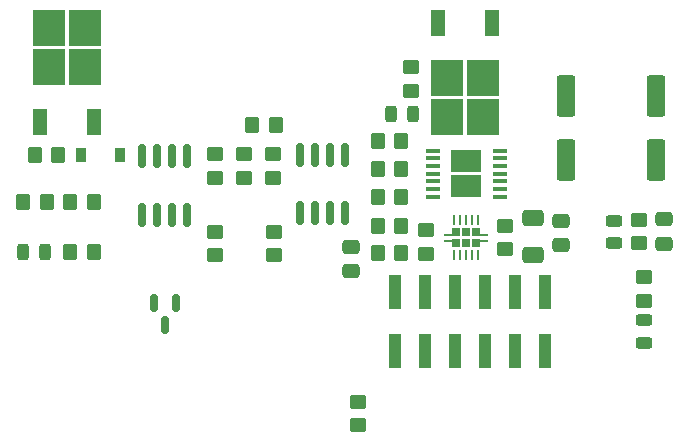
<source format=gtp>
G04 #@! TF.GenerationSoftware,KiCad,Pcbnew,6.0.2-378541a8eb~116~ubuntu20.04.1*
G04 #@! TF.CreationDate,2023-01-27T16:36:07+01:00*
G04 #@! TF.ProjectId,BUCKY_POWER,4255434b-595f-4504-9f57-45522e6b6963,rev?*
G04 #@! TF.SameCoordinates,Original*
G04 #@! TF.FileFunction,Paste,Top*
G04 #@! TF.FilePolarity,Positive*
%FSLAX46Y46*%
G04 Gerber Fmt 4.6, Leading zero omitted, Abs format (unit mm)*
G04 Created by KiCad (PCBNEW 6.0.2-378541a8eb~116~ubuntu20.04.1) date 2023-01-27 16:36:07*
%MOMM*%
%LPD*%
G01*
G04 APERTURE LIST*
G04 Aperture macros list*
%AMRoundRect*
0 Rectangle with rounded corners*
0 $1 Rounding radius*
0 $2 $3 $4 $5 $6 $7 $8 $9 X,Y pos of 4 corners*
0 Add a 4 corners polygon primitive as box body*
4,1,4,$2,$3,$4,$5,$6,$7,$8,$9,$2,$3,0*
0 Add four circle primitives for the rounded corners*
1,1,$1+$1,$2,$3*
1,1,$1+$1,$4,$5*
1,1,$1+$1,$6,$7*
1,1,$1+$1,$8,$9*
0 Add four rect primitives between the rounded corners*
20,1,$1+$1,$2,$3,$4,$5,0*
20,1,$1+$1,$4,$5,$6,$7,0*
20,1,$1+$1,$6,$7,$8,$9,0*
20,1,$1+$1,$8,$9,$2,$3,0*%
G04 Aperture macros list end*
%ADD10RoundRect,0.150000X-0.150000X0.587500X-0.150000X-0.587500X0.150000X-0.587500X0.150000X0.587500X0*%
%ADD11RoundRect,0.250000X-0.450000X0.350000X-0.450000X-0.350000X0.450000X-0.350000X0.450000X0.350000X0*%
%ADD12RoundRect,0.250000X0.350000X0.450000X-0.350000X0.450000X-0.350000X-0.450000X0.350000X-0.450000X0*%
%ADD13R,1.000000X3.000000*%
%ADD14R,2.750000X3.050000*%
%ADD15R,1.200000X2.200000*%
%ADD16RoundRect,0.243750X0.243750X0.456250X-0.243750X0.456250X-0.243750X-0.456250X0.243750X-0.456250X0*%
%ADD17RoundRect,0.243750X-0.243750X-0.456250X0.243750X-0.456250X0.243750X0.456250X-0.243750X0.456250X0*%
%ADD18RoundRect,0.250000X-0.350000X-0.450000X0.350000X-0.450000X0.350000X0.450000X-0.350000X0.450000X0*%
%ADD19RoundRect,0.243750X-0.456250X0.243750X-0.456250X-0.243750X0.456250X-0.243750X0.456250X0.243750X0*%
%ADD20R,0.900000X1.200000*%
%ADD21RoundRect,0.250000X0.450000X-0.350000X0.450000X0.350000X-0.450000X0.350000X-0.450000X-0.350000X0*%
%ADD22RoundRect,0.250000X-0.650000X0.412500X-0.650000X-0.412500X0.650000X-0.412500X0.650000X0.412500X0*%
%ADD23RoundRect,0.150000X0.150000X-0.825000X0.150000X0.825000X-0.150000X0.825000X-0.150000X-0.825000X0*%
%ADD24R,0.640000X0.640000*%
%ADD25R,0.280000X0.850000*%
%ADD26R,0.700000X0.280000*%
%ADD27R,2.650000X1.850000*%
%ADD28R,1.310000X0.450000*%
%ADD29RoundRect,0.250000X-0.475000X0.337500X-0.475000X-0.337500X0.475000X-0.337500X0.475000X0.337500X0*%
%ADD30RoundRect,0.250000X0.550000X-1.500000X0.550000X1.500000X-0.550000X1.500000X-0.550000X-1.500000X0*%
%ADD31RoundRect,0.243750X0.456250X-0.243750X0.456250X0.243750X-0.456250X0.243750X-0.456250X-0.243750X0*%
G04 APERTURE END LIST*
D10*
X64750000Y-107062500D03*
X62850000Y-107062500D03*
X63800000Y-108937500D03*
D11*
X85900000Y-100900000D03*
X85900000Y-102900000D03*
X80100000Y-115400000D03*
X80100000Y-117400000D03*
D12*
X73150000Y-91950000D03*
X71150000Y-91950000D03*
D13*
X95950000Y-111137500D03*
X95950000Y-106097500D03*
X93410000Y-111137500D03*
X93410000Y-106097500D03*
X90870000Y-111137500D03*
X90870000Y-106097500D03*
X88330000Y-111137500D03*
X88330000Y-106097500D03*
X85790000Y-111137500D03*
X85790000Y-106097500D03*
X83250000Y-111137500D03*
X83250000Y-106097500D03*
D14*
X87675000Y-91325000D03*
X90725000Y-91325000D03*
X90725000Y-87975000D03*
X87675000Y-87975000D03*
D15*
X91480000Y-83350000D03*
X86920000Y-83350000D03*
D16*
X53637500Y-102750000D03*
X51762500Y-102750000D03*
D17*
X82912500Y-91000000D03*
X84787500Y-91000000D03*
D18*
X81800000Y-93350000D03*
X83800000Y-93350000D03*
D19*
X101800000Y-100112500D03*
X101800000Y-101987500D03*
D20*
X59950000Y-94550000D03*
X56650000Y-94550000D03*
D21*
X73000000Y-103000000D03*
X73000000Y-101000000D03*
D22*
X94900000Y-99837500D03*
X94900000Y-102962500D03*
D12*
X57750000Y-102750000D03*
X55750000Y-102750000D03*
D23*
X61845000Y-99575000D03*
X63115000Y-99575000D03*
X64385000Y-99575000D03*
X65655000Y-99575000D03*
X65655000Y-94625000D03*
X64385000Y-94625000D03*
X63115000Y-94625000D03*
X61845000Y-94625000D03*
D18*
X51800000Y-98500000D03*
X53800000Y-98500000D03*
D11*
X72950000Y-94450000D03*
X72950000Y-96450000D03*
D21*
X84600000Y-89100000D03*
X84600000Y-87100000D03*
D11*
X70450000Y-94450000D03*
X70450000Y-96450000D03*
D24*
X89250000Y-101983022D03*
X90110000Y-101983022D03*
X88390000Y-101023022D03*
X90110000Y-101023022D03*
X88390000Y-101983022D03*
X89250000Y-101023022D03*
D25*
X90250000Y-100028022D03*
X89750000Y-100028022D03*
X89250000Y-100028022D03*
X88750000Y-100028022D03*
X88250000Y-100028022D03*
X88250000Y-102978022D03*
X88750000Y-102978022D03*
X89250000Y-102978022D03*
X89750000Y-102978022D03*
X90250000Y-102978022D03*
D26*
X90800000Y-101253022D03*
X87700000Y-101753022D03*
X87700000Y-101253022D03*
X90800000Y-101753022D03*
D27*
X89300000Y-95025000D03*
X89300000Y-97175000D03*
D28*
X86450000Y-94150000D03*
X86450000Y-94800000D03*
X86450000Y-95450000D03*
X86455000Y-96100000D03*
X86450000Y-96750000D03*
X86450000Y-97400000D03*
X86450000Y-98050000D03*
X92150000Y-98050000D03*
X92150000Y-97400000D03*
X92150000Y-96750000D03*
X92150000Y-96100000D03*
X92150000Y-95450000D03*
X92150000Y-94800000D03*
X92150000Y-94150000D03*
D23*
X75195000Y-99425000D03*
X76465000Y-99425000D03*
X77735000Y-99425000D03*
X79005000Y-99425000D03*
X79005000Y-94475000D03*
X77735000Y-94475000D03*
X76465000Y-94475000D03*
X75195000Y-94475000D03*
D29*
X97300000Y-100062500D03*
X97300000Y-102137500D03*
D30*
X97750000Y-94950000D03*
X97750000Y-89550000D03*
D18*
X55750000Y-98500000D03*
X57750000Y-98500000D03*
D29*
X79500000Y-102262500D03*
X79500000Y-104337500D03*
D21*
X104350000Y-106850000D03*
X104350000Y-104850000D03*
D29*
X106000000Y-99962500D03*
X106000000Y-102037500D03*
D31*
X104350000Y-110387500D03*
X104350000Y-108512500D03*
D14*
X53925000Y-87100000D03*
X56975000Y-83750000D03*
X56975000Y-87100000D03*
X53925000Y-83750000D03*
D15*
X53170000Y-91725000D03*
X57730000Y-91725000D03*
D11*
X68000000Y-101000000D03*
X68000000Y-103000000D03*
D12*
X83800000Y-98100000D03*
X81800000Y-98100000D03*
X83800000Y-95700000D03*
X81800000Y-95700000D03*
D11*
X92600000Y-100500000D03*
X92600000Y-102500000D03*
D18*
X81800000Y-100500000D03*
X83800000Y-100500000D03*
D21*
X68000000Y-96450000D03*
X68000000Y-94450000D03*
D18*
X52750000Y-94500000D03*
X54750000Y-94500000D03*
D30*
X105350000Y-94950000D03*
X105350000Y-89550000D03*
D21*
X103900000Y-102000000D03*
X103900000Y-100000000D03*
D18*
X81800000Y-102800000D03*
X83800000Y-102800000D03*
M02*

</source>
